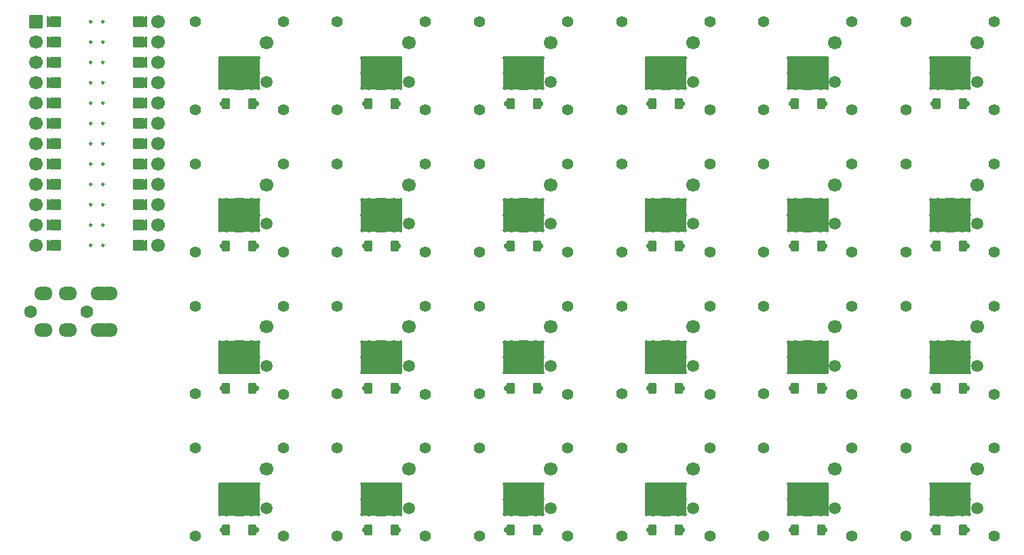
<source format=gbr>
%TF.GenerationSoftware,KiCad,Pcbnew,(6.0.10)*%
%TF.CreationDate,2023-01-29T20:47:48-05:00*%
%TF.ProjectId,shortstack,73686f72-7473-4746-9163-6b2e6b696361,v1.0.0*%
%TF.SameCoordinates,Original*%
%TF.FileFunction,Soldermask,Top*%
%TF.FilePolarity,Negative*%
%FSLAX46Y46*%
G04 Gerber Fmt 4.6, Leading zero omitted, Abs format (unit mm)*
G04 Created by KiCad (PCBNEW (6.0.10)) date 2023-01-29 20:47:48*
%MOMM*%
%LPD*%
G01*
G04 APERTURE LIST*
G04 Aperture macros list*
%AMRoundRect*
0 Rectangle with rounded corners*
0 $1 Rounding radius*
0 $2 $3 $4 $5 $6 $7 $8 $9 X,Y pos of 4 corners*
0 Add a 4 corners polygon primitive as box body*
4,1,4,$2,$3,$4,$5,$6,$7,$8,$9,$2,$3,0*
0 Add four circle primitives for the rounded corners*
1,1,$1+$1,$2,$3*
1,1,$1+$1,$4,$5*
1,1,$1+$1,$6,$7*
1,1,$1+$1,$8,$9*
0 Add four rect primitives between the rounded corners*
20,1,$1+$1,$2,$3,$4,$5,0*
20,1,$1+$1,$4,$5,$6,$7,0*
20,1,$1+$1,$6,$7,$8,$9,0*
20,1,$1+$1,$8,$9,$2,$3,0*%
%AMFreePoly0*
4,1,14,0.635355,0.435355,0.650000,0.400000,0.650000,0.200000,0.635355,0.164645,0.035355,-0.435355,0.000000,-0.450000,-0.035355,-0.435355,-0.635355,0.164645,-0.650000,0.200000,-0.650000,0.400000,-0.635355,0.435355,-0.600000,0.450000,0.600000,0.450000,0.635355,0.435355,0.635355,0.435355,$1*%
%AMFreePoly1*
4,1,16,0.635355,1.035355,0.650000,1.000000,0.650000,-0.250000,0.635355,-0.285355,0.600000,-0.300000,-0.600000,-0.300000,-0.635355,-0.285355,-0.650000,-0.250000,-0.650000,1.000000,-0.635355,1.035355,-0.600000,1.050000,-0.564645,1.035355,0.000000,0.470710,0.564645,1.035355,0.600000,1.050000,0.635355,1.035355,0.635355,1.035355,$1*%
G04 Aperture macros list end*
%ADD10C,0.250000*%
%ADD11C,0.100000*%
%ADD12O,5.200000X0.400000*%
%ADD13O,2.100000X4.200000*%
%ADD14O,0.400000X4.200000*%
%ADD15C,1.400000*%
%ADD16O,5.200000X4.200000*%
%ADD17C,1.700000*%
%ADD18C,1.500000*%
%ADD19C,1.600000*%
%ADD20O,2.300000X1.700000*%
%ADD21FreePoly0,270.000000*%
%ADD22FreePoly0,90.000000*%
%ADD23RoundRect,0.050000X-0.800000X0.800000X-0.800000X-0.800000X0.800000X-0.800000X0.800000X0.800000X0*%
%ADD24FreePoly1,270.000000*%
%ADD25FreePoly1,90.000000*%
%ADD26RoundRect,0.050000X0.450000X0.600000X-0.450000X0.600000X-0.450000X-0.600000X0.450000X-0.600000X0*%
%ADD27C,0.700000*%
G04 APERTURE END LIST*
D10*
%TO.C,U1*%
X-18416965Y48624420D02*
G75*
G03*
X-18416965Y48624420I-125000J0D01*
G01*
X-16892965Y53704420D02*
G75*
G03*
X-16892965Y53704420I-125000J0D01*
G01*
X-18416965Y53704420D02*
G75*
G03*
X-18416965Y53704420I-125000J0D01*
G01*
X-16892965Y43544420D02*
G75*
G03*
X-16892965Y43544420I-125000J0D01*
G01*
X-18416965Y51164420D02*
G75*
G03*
X-18416965Y51164420I-125000J0D01*
G01*
X-18416965Y35924420D02*
G75*
G03*
X-18416965Y35924420I-125000J0D01*
G01*
X-16892965Y56244420D02*
G75*
G03*
X-16892965Y56244420I-125000J0D01*
G01*
X-18416965Y43544420D02*
G75*
G03*
X-18416965Y43544420I-125000J0D01*
G01*
X-18416965Y58784420D02*
G75*
G03*
X-18416965Y58784420I-125000J0D01*
G01*
X-16892965Y48624420D02*
G75*
G03*
X-16892965Y48624420I-125000J0D01*
G01*
X-16892965Y38464420D02*
G75*
G03*
X-16892965Y38464420I-125000J0D01*
G01*
X-18416965Y56244420D02*
G75*
G03*
X-18416965Y56244420I-125000J0D01*
G01*
X-18416965Y30844420D02*
G75*
G03*
X-18416965Y30844420I-125000J0D01*
G01*
X-16892965Y30844420D02*
G75*
G03*
X-16892965Y30844420I-125000J0D01*
G01*
X-18416965Y41004420D02*
G75*
G03*
X-18416965Y41004420I-125000J0D01*
G01*
X-16892965Y46084420D02*
G75*
G03*
X-16892965Y46084420I-125000J0D01*
G01*
X-16892965Y33384420D02*
G75*
G03*
X-16892965Y33384420I-125000J0D01*
G01*
X-18416965Y38464420D02*
G75*
G03*
X-18416965Y38464420I-125000J0D01*
G01*
X-16892965Y35924420D02*
G75*
G03*
X-16892965Y35924420I-125000J0D01*
G01*
X-18416965Y33384420D02*
G75*
G03*
X-18416965Y33384420I-125000J0D01*
G01*
X-18416965Y46084420D02*
G75*
G03*
X-18416965Y46084420I-125000J0D01*
G01*
X-16892965Y41004420D02*
G75*
G03*
X-16892965Y41004420I-125000J0D01*
G01*
X-16892965Y51164420D02*
G75*
G03*
X-16892965Y51164420I-125000J0D01*
G01*
X-16892965Y58784420D02*
G75*
G03*
X-16892965Y58784420I-125000J0D01*
G01*
G36*
X-11683965Y35416420D02*
G01*
X-12699965Y35416420D01*
X-12699965Y36432420D01*
X-11683965Y36432420D01*
X-11683965Y35416420D01*
G37*
D11*
X-11683965Y35416420D02*
X-12699965Y35416420D01*
X-12699965Y36432420D01*
X-11683965Y36432420D01*
X-11683965Y35416420D01*
G36*
X-22859965Y43036420D02*
G01*
X-23875965Y43036420D01*
X-23875965Y44052420D01*
X-22859965Y44052420D01*
X-22859965Y43036420D01*
G37*
X-22859965Y43036420D02*
X-23875965Y43036420D01*
X-23875965Y44052420D01*
X-22859965Y44052420D01*
X-22859965Y43036420D01*
G36*
X-11683965Y50656420D02*
G01*
X-12699965Y50656420D01*
X-12699965Y51672420D01*
X-11683965Y51672420D01*
X-11683965Y50656420D01*
G37*
X-11683965Y50656420D02*
X-12699965Y50656420D01*
X-12699965Y51672420D01*
X-11683965Y51672420D01*
X-11683965Y50656420D01*
G36*
X-11683965Y32876420D02*
G01*
X-12699965Y32876420D01*
X-12699965Y33892420D01*
X-11683965Y33892420D01*
X-11683965Y32876420D01*
G37*
X-11683965Y32876420D02*
X-12699965Y32876420D01*
X-12699965Y33892420D01*
X-11683965Y33892420D01*
X-11683965Y32876420D01*
G36*
X-22859965Y55736420D02*
G01*
X-23875965Y55736420D01*
X-23875965Y56752420D01*
X-22859965Y56752420D01*
X-22859965Y55736420D01*
G37*
X-22859965Y55736420D02*
X-23875965Y55736420D01*
X-23875965Y56752420D01*
X-22859965Y56752420D01*
X-22859965Y55736420D01*
G36*
X-22859965Y32876420D02*
G01*
X-23875965Y32876420D01*
X-23875965Y33892420D01*
X-22859965Y33892420D01*
X-22859965Y32876420D01*
G37*
X-22859965Y32876420D02*
X-23875965Y32876420D01*
X-23875965Y33892420D01*
X-22859965Y33892420D01*
X-22859965Y32876420D01*
G36*
X-22859965Y45576420D02*
G01*
X-23875965Y45576420D01*
X-23875965Y46592420D01*
X-22859965Y46592420D01*
X-22859965Y45576420D01*
G37*
X-22859965Y45576420D02*
X-23875965Y45576420D01*
X-23875965Y46592420D01*
X-22859965Y46592420D01*
X-22859965Y45576420D01*
G36*
X-22859965Y48116420D02*
G01*
X-23875965Y48116420D01*
X-23875965Y49132420D01*
X-22859965Y49132420D01*
X-22859965Y48116420D01*
G37*
X-22859965Y48116420D02*
X-23875965Y48116420D01*
X-23875965Y49132420D01*
X-22859965Y49132420D01*
X-22859965Y48116420D01*
G36*
X-22859965Y50656420D02*
G01*
X-23875965Y50656420D01*
X-23875965Y51672420D01*
X-22859965Y51672420D01*
X-22859965Y50656420D01*
G37*
X-22859965Y50656420D02*
X-23875965Y50656420D01*
X-23875965Y51672420D01*
X-22859965Y51672420D01*
X-22859965Y50656420D01*
G36*
X-11683965Y53196420D02*
G01*
X-12699965Y53196420D01*
X-12699965Y54212420D01*
X-11683965Y54212420D01*
X-11683965Y53196420D01*
G37*
X-11683965Y53196420D02*
X-12699965Y53196420D01*
X-12699965Y54212420D01*
X-11683965Y54212420D01*
X-11683965Y53196420D01*
G36*
X-11683965Y43036420D02*
G01*
X-12699965Y43036420D01*
X-12699965Y44052420D01*
X-11683965Y44052420D01*
X-11683965Y43036420D01*
G37*
X-11683965Y43036420D02*
X-12699965Y43036420D01*
X-12699965Y44052420D01*
X-11683965Y44052420D01*
X-11683965Y43036420D01*
G36*
X-11683965Y55736420D02*
G01*
X-12699965Y55736420D01*
X-12699965Y56752420D01*
X-11683965Y56752420D01*
X-11683965Y55736420D01*
G37*
X-11683965Y55736420D02*
X-12699965Y55736420D01*
X-12699965Y56752420D01*
X-11683965Y56752420D01*
X-11683965Y55736420D01*
G36*
X-22859965Y37956420D02*
G01*
X-23875965Y37956420D01*
X-23875965Y38972420D01*
X-22859965Y38972420D01*
X-22859965Y37956420D01*
G37*
X-22859965Y37956420D02*
X-23875965Y37956420D01*
X-23875965Y38972420D01*
X-22859965Y38972420D01*
X-22859965Y37956420D01*
G36*
X-11683965Y45576420D02*
G01*
X-12699965Y45576420D01*
X-12699965Y46592420D01*
X-11683965Y46592420D01*
X-11683965Y45576420D01*
G37*
X-11683965Y45576420D02*
X-12699965Y45576420D01*
X-12699965Y46592420D01*
X-11683965Y46592420D01*
X-11683965Y45576420D01*
G36*
X-11683965Y37956420D02*
G01*
X-12699965Y37956420D01*
X-12699965Y38972420D01*
X-11683965Y38972420D01*
X-11683965Y37956420D01*
G37*
X-11683965Y37956420D02*
X-12699965Y37956420D01*
X-12699965Y38972420D01*
X-11683965Y38972420D01*
X-11683965Y37956420D01*
G36*
X-11683965Y58276420D02*
G01*
X-12699965Y58276420D01*
X-12699965Y59292420D01*
X-11683965Y59292420D01*
X-11683965Y58276420D01*
G37*
X-11683965Y58276420D02*
X-12699965Y58276420D01*
X-12699965Y59292420D01*
X-11683965Y59292420D01*
X-11683965Y58276420D01*
G36*
X-22859965Y35416420D02*
G01*
X-23875965Y35416420D01*
X-23875965Y36432420D01*
X-22859965Y36432420D01*
X-22859965Y35416420D01*
G37*
X-22859965Y35416420D02*
X-23875965Y35416420D01*
X-23875965Y36432420D01*
X-22859965Y36432420D01*
X-22859965Y35416420D01*
G36*
X-11683965Y40496420D02*
G01*
X-12699965Y40496420D01*
X-12699965Y41512420D01*
X-11683965Y41512420D01*
X-11683965Y40496420D01*
G37*
X-11683965Y40496420D02*
X-12699965Y40496420D01*
X-12699965Y41512420D01*
X-11683965Y41512420D01*
X-11683965Y40496420D01*
G36*
X-22859965Y30336420D02*
G01*
X-23875965Y30336420D01*
X-23875965Y31352420D01*
X-22859965Y31352420D01*
X-22859965Y30336420D01*
G37*
X-22859965Y30336420D02*
X-23875965Y30336420D01*
X-23875965Y31352420D01*
X-22859965Y31352420D01*
X-22859965Y30336420D01*
G36*
X-22859965Y40496420D02*
G01*
X-23875965Y40496420D01*
X-23875965Y41512420D01*
X-22859965Y41512420D01*
X-22859965Y40496420D01*
G37*
X-22859965Y40496420D02*
X-23875965Y40496420D01*
X-23875965Y41512420D01*
X-22859965Y41512420D01*
X-22859965Y40496420D01*
G36*
X-22859965Y58276420D02*
G01*
X-23875965Y58276420D01*
X-23875965Y59292420D01*
X-22859965Y59292420D01*
X-22859965Y58276420D01*
G37*
X-22859965Y58276420D02*
X-23875965Y58276420D01*
X-23875965Y59292420D01*
X-22859965Y59292420D01*
X-22859965Y58276420D01*
G36*
X-11683965Y48116420D02*
G01*
X-12699965Y48116420D01*
X-12699965Y49132420D01*
X-11683965Y49132420D01*
X-11683965Y48116420D01*
G37*
X-11683965Y48116420D02*
X-12699965Y48116420D01*
X-12699965Y49132420D01*
X-11683965Y49132420D01*
X-11683965Y48116420D01*
G36*
X-11683965Y30336420D02*
G01*
X-12699965Y30336420D01*
X-12699965Y31352420D01*
X-11683965Y31352420D01*
X-11683965Y30336420D01*
G37*
X-11683965Y30336420D02*
X-12699965Y30336420D01*
X-12699965Y31352420D01*
X-11683965Y31352420D01*
X-11683965Y30336420D01*
G36*
X-22859965Y53196420D02*
G01*
X-23875965Y53196420D01*
X-23875965Y54212420D01*
X-22859965Y54212420D01*
X-22859965Y53196420D01*
G37*
X-22859965Y53196420D02*
X-23875965Y53196420D01*
X-23875965Y54212420D01*
X-22859965Y54212420D01*
X-22859965Y53196420D01*
%TD*%
D12*
%TO.C,SW9*%
X35500000Y999836D03*
D13*
X37050000Y-900164D03*
D14*
X37900000Y-900164D03*
X37900000Y-912500D03*
D12*
X35500000Y-2800164D03*
D14*
X33100000Y-912500D03*
D12*
X35500000Y-2812500D03*
D15*
X29999992Y5487664D03*
D13*
X37050000Y-912500D03*
D15*
X41000008Y5500000D03*
D16*
X35500000Y-900164D03*
D15*
X30000008Y-5500000D03*
D12*
X35500000Y987500D03*
D16*
X35500000Y-912500D03*
D13*
X33950000Y-900164D03*
D14*
X33100000Y-900164D03*
D13*
X33950000Y-912500D03*
D15*
X40999992Y-5512336D03*
D17*
X38900008Y2900000D03*
D18*
X38900008Y-2000000D03*
%TD*%
D14*
%TO.C,SW17*%
X68600000Y-912500D03*
D12*
X71000000Y987500D03*
D13*
X69450000Y-912500D03*
D15*
X65500008Y-5500000D03*
X76499992Y-5512336D03*
X76500008Y5500000D03*
D13*
X69450000Y-900164D03*
D14*
X73400000Y-912500D03*
D12*
X71000000Y-2800164D03*
X71000000Y999836D03*
D15*
X65499992Y5487664D03*
D16*
X71000000Y-900164D03*
D14*
X73400000Y-900164D03*
D13*
X72550000Y-900164D03*
D16*
X71000000Y-912500D03*
D12*
X71000000Y-2812500D03*
D13*
X72550000Y-912500D03*
D14*
X68600000Y-900164D03*
D17*
X74400008Y2900000D03*
D18*
X74400008Y-2000000D03*
%TD*%
D14*
%TO.C,SW24*%
X91150000Y52349836D03*
D13*
X90300000Y52337500D03*
D15*
X83250008Y47750000D03*
D12*
X88750000Y50437500D03*
D13*
X87200000Y52349836D03*
D16*
X88750000Y52337500D03*
D15*
X94250008Y58750000D03*
D12*
X88750000Y54237500D03*
D14*
X86350000Y52349836D03*
X91150000Y52337500D03*
D12*
X88750000Y54249836D03*
D16*
X88750000Y52349836D03*
D13*
X87200000Y52337500D03*
D15*
X83249992Y58737664D03*
X94249992Y47737664D03*
D14*
X86350000Y52337500D03*
D13*
X90300000Y52349836D03*
D12*
X88750000Y50449836D03*
D17*
X92150008Y56150000D03*
D18*
X92150008Y51250000D03*
%TD*%
D13*
%TO.C,SW3*%
X-1550000Y34587500D03*
D15*
X-5499992Y30000000D03*
X-5500008Y40987664D03*
D13*
X1550000Y34599836D03*
D14*
X2400000Y34587500D03*
D12*
X0Y36499836D03*
X0Y36487500D03*
D14*
X-2400000Y34599836D03*
D16*
X0Y34587500D03*
D12*
X0Y32699836D03*
D15*
X5500008Y41000000D03*
D13*
X-1550000Y34599836D03*
D16*
X0Y34599836D03*
D12*
X0Y32687500D03*
D15*
X5499992Y29987664D03*
D13*
X1550000Y34587500D03*
D14*
X2400000Y34599836D03*
X-2400000Y34587500D03*
D17*
X3400008Y38400000D03*
D18*
X3400008Y33500000D03*
%TD*%
D13*
%TO.C,SW4*%
X1550000Y52337500D03*
D15*
X-5499992Y47750000D03*
X5500008Y58750000D03*
D16*
X0Y52337500D03*
D12*
X0Y50449836D03*
D16*
X0Y52349836D03*
D12*
X0Y50437500D03*
X0Y54237500D03*
D13*
X1550000Y52349836D03*
D14*
X2400000Y52349836D03*
D15*
X5499992Y47737664D03*
D12*
X0Y54249836D03*
D13*
X-1550000Y52337500D03*
D14*
X-2400000Y52349836D03*
X-2400000Y52337500D03*
X2400000Y52337500D03*
D15*
X-5500008Y58737664D03*
D13*
X-1550000Y52349836D03*
D17*
X3400008Y56150000D03*
D18*
X3400008Y51250000D03*
%TD*%
D12*
%TO.C,SW21*%
X88750000Y999836D03*
D15*
X83249992Y5487664D03*
X83250008Y-5500000D03*
D13*
X90300000Y-912500D03*
D14*
X91150000Y-900164D03*
D15*
X94249992Y-5512336D03*
D16*
X88750000Y-912500D03*
D13*
X87200000Y-900164D03*
D12*
X88750000Y-2812500D03*
D16*
X88750000Y-900164D03*
D15*
X94250008Y5500000D03*
D12*
X88750000Y987500D03*
D13*
X90300000Y-900164D03*
X87200000Y-912500D03*
D14*
X91150000Y-912500D03*
X86350000Y-912500D03*
D12*
X88750000Y-2800164D03*
D14*
X86350000Y-900164D03*
D17*
X92150008Y2900000D03*
D18*
X92150008Y-2000000D03*
%TD*%
D14*
%TO.C,SW6*%
X20150000Y16837500D03*
D16*
X17750000Y16849836D03*
D12*
X17750000Y14937500D03*
D15*
X12249992Y23237664D03*
D14*
X20150000Y16849836D03*
D16*
X17750000Y16837500D03*
D15*
X23249992Y12237664D03*
D14*
X15350000Y16837500D03*
X15350000Y16849836D03*
D13*
X19300000Y16837500D03*
D12*
X17750000Y14949836D03*
D15*
X12250008Y12250000D03*
D12*
X17750000Y18749836D03*
X17750000Y18737500D03*
D15*
X23250008Y23250000D03*
D13*
X16200000Y16837500D03*
X19300000Y16849836D03*
X16200000Y16849836D03*
D17*
X21150008Y20650000D03*
D18*
X21150008Y15750000D03*
%TD*%
D19*
%TO.C,J1*%
X-19018891Y22530274D03*
X-26018891Y22530274D03*
D20*
X-16318891Y20230274D03*
X-16318891Y24830274D03*
X-17418891Y24830274D03*
X-17418891Y20230274D03*
X-21418891Y24830274D03*
X-21418891Y20230274D03*
X-24418891Y24830274D03*
X-24418891Y20230274D03*
%TD*%
D12*
%TO.C,SW16*%
X53250000Y54237500D03*
X53250000Y54249836D03*
D14*
X50850000Y52337500D03*
D13*
X51700000Y52349836D03*
D16*
X53250000Y52349836D03*
D12*
X53250000Y50449836D03*
D15*
X47749992Y58737664D03*
D13*
X54800000Y52337500D03*
D16*
X53250000Y52337500D03*
D13*
X54800000Y52349836D03*
D14*
X55650000Y52349836D03*
D15*
X47750008Y47750000D03*
D14*
X50850000Y52349836D03*
D13*
X51700000Y52337500D03*
D15*
X58750008Y58750000D03*
D12*
X53250000Y50437500D03*
D14*
X55650000Y52337500D03*
D15*
X58749992Y47737664D03*
D17*
X56650008Y56150000D03*
D18*
X56650008Y51250000D03*
%TD*%
D15*
%TO.C,SW19*%
X65499992Y40987664D03*
D12*
X71000000Y36499836D03*
D16*
X71000000Y34599836D03*
D15*
X65500008Y30000000D03*
D14*
X73400000Y34587500D03*
X73400000Y34599836D03*
D15*
X76500008Y41000000D03*
D13*
X72550000Y34587500D03*
D14*
X68600000Y34599836D03*
D15*
X76499992Y29987664D03*
D12*
X71000000Y36487500D03*
D16*
X71000000Y34587500D03*
D14*
X68600000Y34587500D03*
D12*
X71000000Y32699836D03*
D13*
X69450000Y34587500D03*
X72550000Y34599836D03*
X69450000Y34599836D03*
D12*
X71000000Y32687500D03*
D17*
X74400008Y38400000D03*
D18*
X74400008Y33500000D03*
%TD*%
D14*
%TO.C,SW20*%
X68600000Y52349836D03*
D12*
X71000000Y50449836D03*
D15*
X65500008Y47750000D03*
D12*
X71000000Y54249836D03*
D14*
X73400000Y52337500D03*
D13*
X69450000Y52337500D03*
D12*
X71000000Y50437500D03*
D15*
X76500008Y58750000D03*
X76499992Y47737664D03*
D13*
X72550000Y52349836D03*
D12*
X71000000Y54237500D03*
D16*
X71000000Y52349836D03*
D14*
X68600000Y52337500D03*
D15*
X65499992Y58737664D03*
D13*
X72550000Y52337500D03*
D16*
X71000000Y52337500D03*
D13*
X69450000Y52349836D03*
D14*
X73400000Y52349836D03*
D17*
X74400008Y56150000D03*
D18*
X74400008Y51250000D03*
%TD*%
D16*
%TO.C,SW11*%
X35500000Y34599836D03*
D12*
X35500000Y32687500D03*
X35500000Y36499836D03*
D13*
X37050000Y34587500D03*
D12*
X35500000Y32699836D03*
D14*
X33100000Y34587500D03*
D13*
X33950000Y34587500D03*
X37050000Y34599836D03*
D15*
X29999992Y40987664D03*
X30000008Y30000000D03*
D14*
X33100000Y34599836D03*
D15*
X41000008Y41000000D03*
D14*
X37900000Y34599836D03*
D12*
X35500000Y36487500D03*
D15*
X40999992Y29987664D03*
D13*
X33950000Y34599836D03*
D14*
X37900000Y34587500D03*
D16*
X35500000Y34587500D03*
D17*
X38900008Y38400000D03*
D18*
X38900008Y33500000D03*
%TD*%
D12*
%TO.C,SW18*%
X71000000Y18737500D03*
D13*
X72550000Y16849836D03*
D12*
X71000000Y18749836D03*
D14*
X73400000Y16837500D03*
X68600000Y16849836D03*
D13*
X69450000Y16837500D03*
D14*
X68600000Y16837500D03*
D16*
X71000000Y16837500D03*
D12*
X71000000Y14949836D03*
D13*
X72550000Y16837500D03*
D16*
X71000000Y16849836D03*
D15*
X76500008Y23250000D03*
X76499992Y12237664D03*
D14*
X73400000Y16849836D03*
D15*
X65499992Y23237664D03*
X65500008Y12250000D03*
D13*
X69450000Y16849836D03*
D12*
X71000000Y14937500D03*
D17*
X74400008Y20650000D03*
D18*
X74400008Y15750000D03*
%TD*%
D21*
%TO.C,U1*%
X-11937965Y48624420D03*
D17*
X-10159965Y53704420D03*
D22*
X-23621965Y43544420D03*
D21*
X-11937965Y30844420D03*
X-11937965Y43544420D03*
D17*
X-25399965Y53704420D03*
X-25399965Y30844420D03*
X-10159965Y58784420D03*
D21*
X-11937965Y56244420D03*
D22*
X-23621965Y48624420D03*
D17*
X-25399965Y51164420D03*
X-25399965Y43544420D03*
D23*
X-25399965Y58784420D03*
D17*
X-10159965Y48624420D03*
X-10159965Y56244420D03*
X-25399965Y46084420D03*
D22*
X-23621965Y58784420D03*
D21*
X-11937965Y51164420D03*
X-11937965Y46084420D03*
D22*
X-23621965Y56244420D03*
D17*
X-10159965Y30844420D03*
X-25399965Y38464420D03*
D21*
X-11937965Y33384420D03*
X-11937965Y58784420D03*
D22*
X-23621965Y46084420D03*
D21*
X-11937965Y53704420D03*
D22*
X-23621965Y33384420D03*
D21*
X-11937965Y35924420D03*
D17*
X-10159965Y43544420D03*
X-25399965Y56244420D03*
X-10159965Y35924420D03*
D21*
X-11937965Y38464420D03*
D22*
X-23621965Y35924420D03*
X-23621965Y53704420D03*
X-23621965Y30844420D03*
D17*
X-25399965Y33384420D03*
X-10159965Y51164420D03*
D22*
X-23621965Y51164420D03*
D17*
X-25399965Y48624420D03*
D22*
X-23621965Y41004420D03*
D17*
X-25399965Y35924420D03*
D21*
X-11937965Y41004420D03*
D17*
X-10159965Y33384420D03*
D22*
X-23621965Y38464420D03*
D17*
X-25399965Y41004420D03*
X-10159965Y41004420D03*
X-10159965Y38464420D03*
X-10159965Y46084420D03*
X-25399965Y58784420D03*
D24*
X-12953965Y58784420D03*
X-12953965Y56244420D03*
X-12953965Y53704420D03*
X-12953965Y51164420D03*
X-12953965Y48624420D03*
X-12953965Y46084420D03*
X-12953965Y43544420D03*
X-12953965Y41004420D03*
X-12953965Y38464420D03*
X-12953965Y35924420D03*
X-12953965Y33384420D03*
X-12953965Y30844420D03*
D25*
X-22605965Y30844420D03*
X-22605965Y33384420D03*
X-22605965Y35924420D03*
X-22605965Y38464420D03*
X-22605965Y41004420D03*
X-22605965Y43544420D03*
X-22605965Y46084420D03*
X-22605965Y48624420D03*
X-22605965Y51164420D03*
X-22605965Y53704420D03*
X-22605965Y56244420D03*
X-22605965Y58784420D03*
%TD*%
D15*
%TO.C,SW14*%
X47750008Y12250000D03*
D16*
X53250000Y16837500D03*
D14*
X55650000Y16837500D03*
D15*
X58750008Y23250000D03*
X47749992Y23237664D03*
D12*
X53250000Y18749836D03*
D14*
X55650000Y16849836D03*
D13*
X51700000Y16849836D03*
D12*
X53250000Y18737500D03*
D14*
X50850000Y16837500D03*
X50850000Y16849836D03*
D16*
X53250000Y16849836D03*
D12*
X53250000Y14949836D03*
D13*
X51700000Y16837500D03*
X54800000Y16849836D03*
X54800000Y16837500D03*
D12*
X53250000Y14937500D03*
D15*
X58749992Y12237664D03*
D17*
X56650008Y20650000D03*
D18*
X56650008Y15750000D03*
%TD*%
D14*
%TO.C,SW10*%
X33100000Y16837500D03*
D12*
X35500000Y18737500D03*
D15*
X41000008Y23250000D03*
X29999992Y23237664D03*
X30000008Y12250000D03*
D13*
X37050000Y16849836D03*
X33950000Y16837500D03*
D14*
X37900000Y16837500D03*
D13*
X33950000Y16849836D03*
D15*
X40999992Y12237664D03*
D14*
X33100000Y16849836D03*
D12*
X35500000Y18749836D03*
D16*
X35500000Y16849836D03*
D13*
X37050000Y16837500D03*
D12*
X35500000Y14949836D03*
X35500000Y14937500D03*
D16*
X35500000Y16837500D03*
D14*
X37900000Y16849836D03*
D17*
X38900008Y20650000D03*
D18*
X38900008Y15750000D03*
%TD*%
D14*
%TO.C,SW22*%
X86350000Y16849836D03*
D12*
X88750000Y18749836D03*
D15*
X94249992Y12237664D03*
D16*
X88750000Y16837500D03*
D15*
X94250008Y23250000D03*
D14*
X91150000Y16837500D03*
D15*
X83249992Y23237664D03*
D13*
X87200000Y16849836D03*
D14*
X86350000Y16837500D03*
D13*
X87200000Y16837500D03*
D12*
X88750000Y14937500D03*
D15*
X83250008Y12250000D03*
D12*
X88750000Y18737500D03*
D14*
X91150000Y16849836D03*
D13*
X90300000Y16849836D03*
D16*
X88750000Y16849836D03*
D12*
X88750000Y14949836D03*
D13*
X90300000Y16837500D03*
D17*
X92150008Y20650000D03*
D18*
X92150008Y15750000D03*
%TD*%
D13*
%TO.C,SW13*%
X51700000Y-900164D03*
D15*
X58749992Y-5512336D03*
D14*
X50850000Y-900164D03*
D12*
X53250000Y-2800164D03*
D15*
X47749992Y5487664D03*
D14*
X55650000Y-912500D03*
X50850000Y-912500D03*
D15*
X58750008Y5500000D03*
D12*
X53250000Y-2812500D03*
D15*
X47750008Y-5500000D03*
D14*
X55650000Y-900164D03*
D16*
X53250000Y-912500D03*
X53250000Y-900164D03*
D13*
X51700000Y-912500D03*
D12*
X53250000Y999836D03*
D13*
X54800000Y-900164D03*
D12*
X53250000Y987500D03*
D13*
X54800000Y-912500D03*
D17*
X56650008Y2900000D03*
D18*
X56650008Y-2000000D03*
%TD*%
D13*
%TO.C,SW12*%
X37050000Y52337500D03*
D15*
X30000008Y47750000D03*
D12*
X35500000Y54237500D03*
D15*
X41000008Y58750000D03*
X40999992Y47737664D03*
D13*
X33950000Y52349836D03*
D12*
X35500000Y54249836D03*
D13*
X33950000Y52337500D03*
D16*
X35500000Y52337500D03*
X35500000Y52349836D03*
D13*
X37050000Y52349836D03*
D12*
X35500000Y50437500D03*
D14*
X33100000Y52349836D03*
X37900000Y52337500D03*
X37900000Y52349836D03*
D12*
X35500000Y50449836D03*
D15*
X29999992Y58737664D03*
D14*
X33100000Y52337500D03*
D17*
X38900008Y56150000D03*
D18*
X38900008Y51250000D03*
%TD*%
D12*
%TO.C,SW15*%
X53250000Y32687500D03*
X53250000Y36487500D03*
D13*
X51700000Y34599836D03*
D14*
X55650000Y34599836D03*
D16*
X53250000Y34599836D03*
D14*
X50850000Y34587500D03*
X55650000Y34587500D03*
D15*
X47750008Y30000000D03*
D12*
X53250000Y36499836D03*
D13*
X51700000Y34587500D03*
X54800000Y34599836D03*
X54800000Y34587500D03*
D15*
X47749992Y40987664D03*
X58750008Y41000000D03*
D12*
X53250000Y32699836D03*
D16*
X53250000Y34587500D03*
D14*
X50850000Y34599836D03*
D15*
X58749992Y29987664D03*
D17*
X56650008Y38400000D03*
D18*
X56650008Y33500000D03*
%TD*%
D12*
%TO.C,SW8*%
X17750000Y54237500D03*
X17750000Y54249836D03*
D15*
X12249992Y58737664D03*
D13*
X16200000Y52337500D03*
X19300000Y52337500D03*
D15*
X23250008Y58750000D03*
D13*
X19300000Y52349836D03*
D16*
X17750000Y52337500D03*
D12*
X17750000Y50449836D03*
D14*
X20150000Y52337500D03*
D12*
X17750000Y50437500D03*
D15*
X12250008Y47750000D03*
D14*
X15350000Y52337500D03*
D15*
X23249992Y47737664D03*
D14*
X20150000Y52349836D03*
X15350000Y52349836D03*
D16*
X17750000Y52349836D03*
D13*
X16200000Y52349836D03*
D17*
X21150008Y56150000D03*
D18*
X21150008Y51250000D03*
%TD*%
D16*
%TO.C,SW1*%
X0Y-900164D03*
D13*
X1550000Y-900164D03*
X-1550000Y-912500D03*
D15*
X-5500008Y5487664D03*
D14*
X-2400000Y-900164D03*
D12*
X0Y999836D03*
D14*
X2400000Y-900164D03*
X2400000Y-912500D03*
D12*
X0Y987500D03*
X0Y-2800164D03*
D14*
X-2400000Y-912500D03*
D13*
X1550000Y-912500D03*
D12*
X0Y-2812500D03*
D15*
X5499992Y-5512336D03*
D16*
X0Y-912500D03*
D13*
X-1550000Y-900164D03*
D15*
X5500008Y5500000D03*
X-5499992Y-5500000D03*
D17*
X3400008Y2900000D03*
D18*
X3400008Y-2000000D03*
%TD*%
D15*
%TO.C,SW7*%
X23250008Y41000000D03*
D14*
X20150000Y34587500D03*
X20150000Y34599836D03*
D15*
X23249992Y29987664D03*
D13*
X19300000Y34587500D03*
D15*
X12249992Y40987664D03*
D13*
X16200000Y34587500D03*
X16200000Y34599836D03*
D15*
X12250008Y30000000D03*
D14*
X15350000Y34587500D03*
X15350000Y34599836D03*
D12*
X17750000Y36499836D03*
D16*
X17750000Y34587500D03*
D13*
X19300000Y34599836D03*
D16*
X17750000Y34599836D03*
D12*
X17750000Y32687500D03*
X17750000Y36487500D03*
X17750000Y32699836D03*
D17*
X21150008Y38400000D03*
D18*
X21150008Y33500000D03*
%TD*%
D14*
%TO.C,SW5*%
X20150000Y-900164D03*
X20150000Y-912500D03*
D12*
X17750000Y987500D03*
D15*
X12249992Y5487664D03*
D12*
X17750000Y-2812500D03*
X17750000Y-2800164D03*
D15*
X23249992Y-5512336D03*
D14*
X15350000Y-900164D03*
D16*
X17750000Y-912500D03*
D13*
X16200000Y-900164D03*
D14*
X15350000Y-912500D03*
D15*
X23250008Y5500000D03*
D13*
X19300000Y-900164D03*
X16200000Y-912500D03*
D15*
X12250008Y-5500000D03*
D12*
X17750000Y999836D03*
D13*
X19300000Y-912500D03*
D16*
X17750000Y-900164D03*
D17*
X21150008Y2900000D03*
D18*
X21150008Y-2000000D03*
%TD*%
D15*
%TO.C,SW23*%
X94250008Y41000000D03*
D13*
X90300000Y34599836D03*
D16*
X88750000Y34599836D03*
D13*
X87200000Y34599836D03*
X90300000Y34587500D03*
D14*
X86350000Y34599836D03*
D12*
X88750000Y32687500D03*
D14*
X91150000Y34599836D03*
D15*
X83249992Y40987664D03*
D12*
X88750000Y36487500D03*
X88750000Y36499836D03*
D14*
X86350000Y34587500D03*
X91150000Y34587500D03*
D16*
X88750000Y34587500D03*
D13*
X87200000Y34587500D03*
D15*
X83250008Y30000000D03*
X94249992Y29987664D03*
D12*
X88750000Y32699836D03*
D17*
X92150008Y38400000D03*
D18*
X92150008Y33500000D03*
%TD*%
D13*
%TO.C,SW2*%
X1550000Y16837500D03*
D15*
X-5499992Y12250000D03*
X-5500008Y23237664D03*
D12*
X0Y18749836D03*
D14*
X2400000Y16849836D03*
D12*
X0Y14949836D03*
D14*
X-2400000Y16837500D03*
D12*
X0Y14937500D03*
D14*
X-2400000Y16849836D03*
X2400000Y16837500D03*
D16*
X0Y16849836D03*
X0Y16837500D03*
D15*
X5500008Y23250000D03*
X5499992Y12237664D03*
D13*
X-1550000Y16837500D03*
X1550000Y16849836D03*
D12*
X0Y18737500D03*
D13*
X-1550000Y16849836D03*
D17*
X3400008Y20650000D03*
D18*
X3400008Y15750000D03*
%TD*%
D26*
%TO.C,D2*%
X-1650000Y13000000D03*
D27*
X-2100000Y13000000D03*
X2100000Y13000000D03*
D26*
X1650000Y13000000D03*
%TD*%
%TO.C,D20*%
X69350000Y48500000D03*
D27*
X68900000Y48500000D03*
X73100000Y48500000D03*
D26*
X72650000Y48500000D03*
%TD*%
%TO.C,D6*%
X16100000Y13000000D03*
D27*
X15650000Y13000000D03*
D26*
X19400000Y13000000D03*
D27*
X19850000Y13000000D03*
%TD*%
D26*
%TO.C,D7*%
X16100000Y30750000D03*
D27*
X15650000Y30750000D03*
D26*
X19400000Y30750000D03*
D27*
X19850000Y30750000D03*
%TD*%
D26*
%TO.C,D4*%
X-1650000Y48500000D03*
D27*
X-2100000Y48500000D03*
X2100000Y48500000D03*
D26*
X1650000Y48500000D03*
%TD*%
D27*
%TO.C,D14*%
X51150000Y13000000D03*
D26*
X51600000Y13000000D03*
X54900000Y13000000D03*
D27*
X55350000Y13000000D03*
%TD*%
D26*
%TO.C,D10*%
X33850000Y13000000D03*
D27*
X33400000Y13000000D03*
X37600000Y13000000D03*
D26*
X37150000Y13000000D03*
%TD*%
%TO.C,D1*%
X-1650000Y-4750000D03*
D27*
X-2100000Y-4750000D03*
X2100000Y-4750000D03*
D26*
X1650000Y-4750000D03*
%TD*%
%TO.C,D15*%
X51600000Y30750000D03*
D27*
X51150000Y30750000D03*
D26*
X54900000Y30750000D03*
D27*
X55350000Y30750000D03*
%TD*%
%TO.C,D17*%
X68900000Y-4750000D03*
D26*
X69350000Y-4750000D03*
D27*
X73100000Y-4750000D03*
D26*
X72650000Y-4750000D03*
%TD*%
%TO.C,D13*%
X51600000Y-4750000D03*
D27*
X51150000Y-4750000D03*
D26*
X54900000Y-4750000D03*
D27*
X55350000Y-4750000D03*
%TD*%
%TO.C,D11*%
X33400000Y30750000D03*
D26*
X33850000Y30750000D03*
X37150000Y30750000D03*
D27*
X37600000Y30750000D03*
%TD*%
%TO.C,D23*%
X86650000Y30750000D03*
D26*
X87100000Y30750000D03*
X90400000Y30750000D03*
D27*
X90850000Y30750000D03*
%TD*%
D26*
%TO.C,D16*%
X51600000Y48500000D03*
D27*
X51150000Y48500000D03*
X55350000Y48500000D03*
D26*
X54900000Y48500000D03*
%TD*%
%TO.C,D3*%
X-1650000Y30750000D03*
D27*
X-2100000Y30750000D03*
D26*
X1650000Y30750000D03*
D27*
X2100000Y30750000D03*
%TD*%
D26*
%TO.C,D12*%
X33850000Y48500000D03*
D27*
X33400000Y48500000D03*
D26*
X37150000Y48500000D03*
D27*
X37600000Y48500000D03*
%TD*%
%TO.C,D5*%
X15650000Y-4750000D03*
D26*
X16100000Y-4750000D03*
X19400000Y-4750000D03*
D27*
X19850000Y-4750000D03*
%TD*%
D26*
%TO.C,D21*%
X87100000Y-4750000D03*
D27*
X86650000Y-4750000D03*
D26*
X90400000Y-4750000D03*
D27*
X90850000Y-4750000D03*
%TD*%
D26*
%TO.C,D18*%
X69350000Y13000000D03*
D27*
X68900000Y13000000D03*
X73100000Y13000000D03*
D26*
X72650000Y13000000D03*
%TD*%
D27*
%TO.C,D19*%
X68900000Y30750000D03*
D26*
X69350000Y30750000D03*
X72650000Y30750000D03*
D27*
X73100000Y30750000D03*
%TD*%
D26*
%TO.C,D22*%
X87100000Y13000000D03*
D27*
X86650000Y13000000D03*
D26*
X90400000Y13000000D03*
D27*
X90850000Y13000000D03*
%TD*%
%TO.C,D9*%
X33400000Y-4750000D03*
D26*
X33850000Y-4750000D03*
X37150000Y-4750000D03*
D27*
X37600000Y-4750000D03*
%TD*%
D26*
%TO.C,D8*%
X16100000Y48500000D03*
D27*
X15650000Y48500000D03*
D26*
X19400000Y48500000D03*
D27*
X19850000Y48500000D03*
%TD*%
%TO.C,D24*%
X86650000Y48500000D03*
D26*
X87100000Y48500000D03*
X90400000Y48500000D03*
D27*
X90850000Y48500000D03*
%TD*%
M02*

</source>
